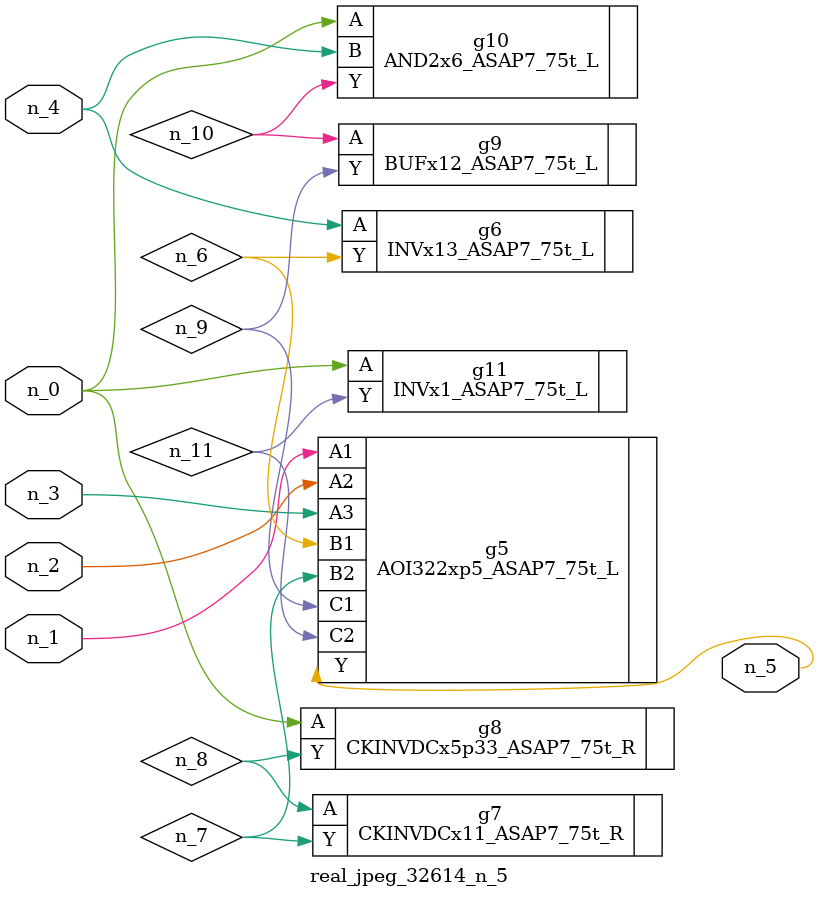
<source format=v>
module real_jpeg_32614_n_5 (n_4, n_0, n_1, n_2, n_3, n_5);

input n_4;
input n_0;
input n_1;
input n_2;
input n_3;

output n_5;

wire n_8;
wire n_11;
wire n_6;
wire n_7;
wire n_10;
wire n_9;

CKINVDCx5p33_ASAP7_75t_R g8 ( 
.A(n_0),
.Y(n_8)
);

AND2x6_ASAP7_75t_L g10 ( 
.A(n_0),
.B(n_4),
.Y(n_10)
);

INVx1_ASAP7_75t_L g11 ( 
.A(n_0),
.Y(n_11)
);

AOI322xp5_ASAP7_75t_L g5 ( 
.A1(n_1),
.A2(n_2),
.A3(n_3),
.B1(n_6),
.B2(n_7),
.C1(n_9),
.C2(n_11),
.Y(n_5)
);

INVx13_ASAP7_75t_L g6 ( 
.A(n_4),
.Y(n_6)
);

CKINVDCx11_ASAP7_75t_R g7 ( 
.A(n_8),
.Y(n_7)
);

BUFx12_ASAP7_75t_L g9 ( 
.A(n_10),
.Y(n_9)
);


endmodule
</source>
